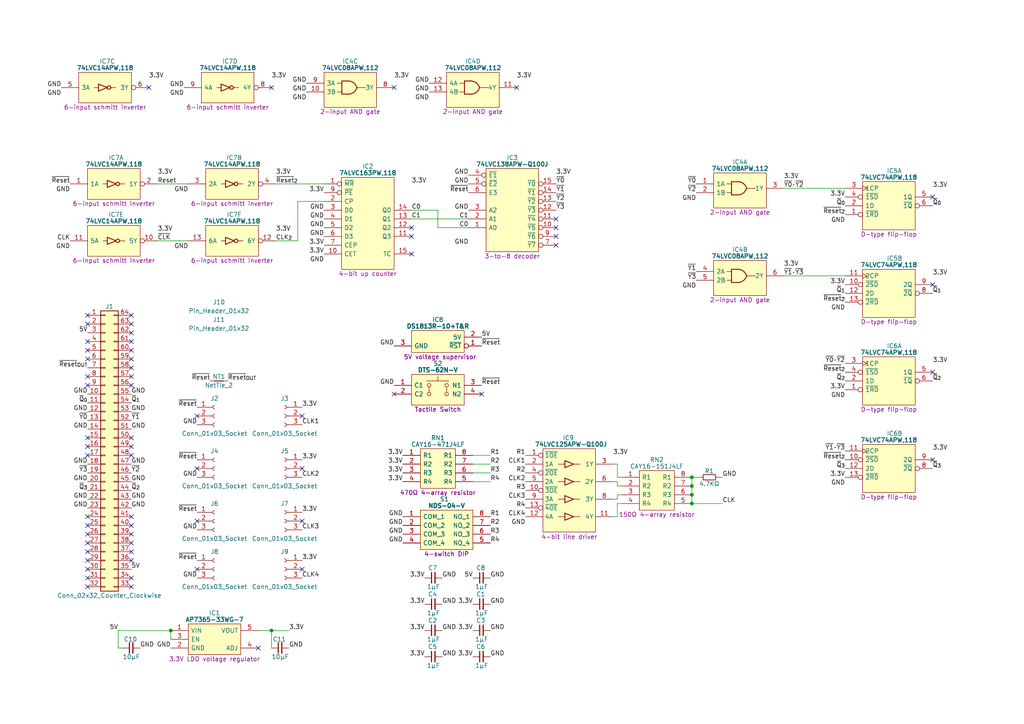
<source format=kicad_sch>
(kicad_sch (version 20230121) (generator eeschema)
  (paper "A4")
  (title_block (title "Clock Generator") (date "2023-12-06") (rev "V0"))
  (junction (at 200.66 143.51))
  (junction (at 200.66 146.05))
  (junction (at 49.53 182.88))
  (junction (at 200.66 138.43))
  (junction (at 78.74 182.88))
  (junction (at 200.66 140.97))
  (no_connect (at 25.4 99.06))
  (no_connect (at 149.86 25.4))
  (no_connect (at 38.1 160.02))
  (no_connect (at 161.29 71.12))
  (no_connect (at 38.1 99.06))
  (no_connect (at 114.3 25.4))
  (no_connect (at 270.51 57.15))
  (no_connect (at 38.1 106.68))
  (no_connect (at 25.4 170.18))
  (no_connect (at 38.1 109.22))
  (no_connect (at 38.1 132.08))
  (no_connect (at 25.4 91.44))
  (no_connect (at 57.15 120.65))
  (no_connect (at 74.93 187.96))
  (no_connect (at 270.51 107.95))
  (no_connect (at 38.1 129.54))
  (no_connect (at 25.4 149.86))
  (no_connect (at 114.3 114.3))
  (no_connect (at 25.4 109.22))
  (no_connect (at 270.51 133.35))
  (no_connect (at 25.4 154.94))
  (no_connect (at 161.29 66.04))
  (no_connect (at 38.1 93.98))
  (no_connect (at 25.4 152.4))
  (no_connect (at 38.1 91.44))
  (no_connect (at 87.63 151.13))
  (no_connect (at 25.4 167.64))
  (no_connect (at 139.7 114.3))
  (no_connect (at 43.18 25.4))
  (no_connect (at 38.1 157.48))
  (no_connect (at 38.1 101.6))
  (no_connect (at 38.1 167.64))
  (no_connect (at 25.4 162.56))
  (no_connect (at 87.63 165.1))
  (no_connect (at 38.1 162.56))
  (no_connect (at 25.4 132.08))
  (no_connect (at 25.4 111.76))
  (no_connect (at 161.29 63.5))
  (no_connect (at 38.1 152.4))
  (no_connect (at 38.1 149.86))
  (no_connect (at 119.38 73.66))
  (no_connect (at 270.51 82.55))
  (no_connect (at 87.63 135.89))
  (no_connect (at 38.1 170.18))
  (no_connect (at 119.38 68.58))
  (no_connect (at 57.15 151.13))
  (no_connect (at 25.4 160.02))
  (no_connect (at 38.1 104.14))
  (no_connect (at 25.4 93.98))
  (no_connect (at 119.38 66.04))
  (no_connect (at 57.15 165.1))
  (no_connect (at 25.4 104.14))
  (no_connect (at 78.74 25.4))
  (no_connect (at 25.4 129.54))
  (no_connect (at 38.1 127))
  (no_connect (at 57.15 135.89))
  (no_connect (at 38.1 111.76))
  (no_connect (at 25.4 101.6))
  (no_connect (at 25.4 127))
  (no_connect (at 25.4 165.1))
  (no_connect (at 38.1 154.94))
  (no_connect (at 161.29 68.58))
  (no_connect (at 25.4 157.48))
  (no_connect (at 38.1 96.52))
  (no_connect (at 87.63 120.65))
  (wire (pts (xy 179.07 134.62) (xy 179.07 138.43)))
  (wire (pts (xy 177.8 139.7) (xy 179.07 139.7)))
  (wire (pts (xy 135.89 66.04) (xy 127 66.04)))
  (wire (pts (xy 78.74 187.96) (xy 78.74 182.88)))
  (wire (pts (xy 119.38 63.5) (xy 135.89 63.5)))
  (wire (pts (xy 179.07 146.05) (xy 180.34 146.05)))
  (wire (pts (xy 127 60.96) (xy 119.38 60.96)))
  (wire (pts (xy 177.8 134.62) (xy 179.07 134.62)))
  (wire (pts (xy 179.07 138.43) (xy 180.34 138.43)))
  (wire (pts (xy 86.36 58.42) (xy 93.98 58.42)))
  (wire (pts (xy 45.72 69.85) (xy 54.61 69.85)))
  (wire (pts (xy 80.01 53.34) (xy 93.98 53.34)))
  (wire (pts (xy 179.07 143.51) (xy 180.34 143.51)))
  (wire (pts (xy 34.29 182.88) (xy 49.53 182.88)))
  (wire (pts (xy 177.8 144.78) (xy 179.07 144.78)))
  (wire (pts (xy 209.55 138.43) (xy 208.28 138.43)))
  (wire (pts (xy 142.24 132.08) (xy 137.16 132.08)))
  (wire (pts (xy 142.24 137.16) (xy 137.16 137.16)))
  (wire (pts (xy 179.07 149.86) (xy 179.07 146.05)))
  (wire (pts (xy 86.36 69.85) (xy 86.36 58.42)))
  (wire (pts (xy 49.53 182.88) (xy 49.53 185.42)))
  (wire (pts (xy 127 66.04) (xy 127 60.96)))
  (wire (pts (xy 200.66 140.97) (xy 200.66 143.51)))
  (wire (pts (xy 45.72 53.34) (xy 54.61 53.34)))
  (wire (pts (xy 80.01 69.85) (xy 86.36 69.85)))
  (wire (pts (xy 177.8 149.86) (xy 179.07 149.86)))
  (wire (pts (xy 227.33 80.01) (xy 245.11 80.01)))
  (wire (pts (xy 200.66 138.43) (xy 200.66 140.97)))
  (wire (pts (xy 142.24 134.62) (xy 137.16 134.62)))
  (wire (pts (xy 74.93 182.88) (xy 78.74 182.88)))
  (wire (pts (xy 200.66 143.51) (xy 200.66 146.05)))
  (wire (pts (xy 200.66 146.05) (xy 209.55 146.05)))
  (wire (pts (xy 179.07 144.78) (xy 179.07 143.51)))
  (wire (pts (xy 34.29 182.88) (xy 34.29 187.96)))
  (wire (pts (xy 179.07 140.97) (xy 180.34 140.97)))
  (wire (pts (xy 203.2 138.43) (xy 200.66 138.43)))
  (wire (pts (xy 179.07 139.7) (xy 179.07 140.97)))
  (wire (pts (xy 34.29 187.96) (xy 35.56 187.96)))
  (wire (pts (xy 78.74 182.88) (xy 83.82 182.88)))
  (wire (pts (xy 142.24 139.7) (xy 137.16 139.7)))
  (wire (pts (xy 227.33 54.61) (xy 245.11 54.61)))
  (label "3.3V" (at 45.72 67.31 0))
  (label "3.3V" (at 137.16 182.88 180))
  (label "CLK2" (at 152.4 139.7 180))
  (label "GND" (at 20.32 55.88 180))
  (label "GND" (at 57.15 153.67 180))
  (label "~{Reset}" (at 57.15 118.11 180))
  (label "GND" (at 124.46 26.67 180))
  (label "GND" (at 116.84 154.94 180))
  (label "5V" (at 38.1 165.1 0))
  (label "GND" (at 25.4 139.7 180))
  (label "3.3V" (at 270.51 130.81 0))
  (label "~{Reset}_{OUT}" (at 66.04 110.49 0))
  (label "3.3V" (at 245.11 113.03 180))
  (label "C0" (at 135.89 66.04 180))
  (label "5V" (at 137.16 167.64 180))
  (label "3.3V" (at 116.84 134.62 180))
  (label "CLK3" (at 152.4 144.78 180))
  (label "3.3V" (at 45.72 50.8 0))
  (label "R3" (at 142.24 154.94 0))
  (label "GND" (at 83.82 187.96 0))
  (label "GND" (at 93.98 60.96 180))
  (label "GND" (at 245.11 64.77 180))
  (label "GND" (at 128.27 167.64 0))
  (label "CLK_{2}" (at 80.01 69.85 0))
  (label "GND" (at 88.9 26.67 180))
  (label "GND" (at 88.9 29.21 180))
  (label "3.3V" (at 245.11 82.55 180))
  (label "~{Reset}" (at 139.7 100.33 0))
  (label "CLK1" (at 152.4 134.62 180))
  (label "~{Y0}" (at 25.4 121.92 180))
  (label "~{Y1}·~{Y3}" (at 227.33 80.01 0))
  (label "~{Reset}" (at 20.32 53.34 180))
  (label "GND" (at 20.32 72.39 180))
  (label "~{Y0}" (at 201.93 53.34 180))
  (label "3.3V" (at 93.98 71.12 180))
  (label "3.3V" (at 227.33 77.47 0))
  (label "3.3V" (at 87.63 133.35 0))
  (label "GND" (at 93.98 63.5 180))
  (label "3.3V" (at 270.51 54.61 0))
  (label "GND" (at 142.24 167.64 0))
  (label "C1" (at 135.89 63.5 180))
  (label "~{Q}_{2}" (at 270.51 110.49 0))
  (label "3.3V" (at 161.29 50.8 0))
  (label "3.3V" (at 87.63 118.11 0))
  (label "3.3V" (at 270.51 105.41 0))
  (label "3.3V" (at 149.86 22.86 0))
  (label "3.3V" (at 87.63 148.59 0))
  (label "R1" (at 152.4 132.08 180))
  (label "3.3V" (at 245.11 138.43 180))
  (label "GND" (at 40.64 187.96 0))
  (label "5V" (at 34.29 182.88 180))
  (label "3.3V" (at 123.19 190.5 180))
  (label "GND" (at 124.46 29.21 180))
  (label "~{Q}_{2}" (at 245.11 110.49 180))
  (label "R2" (at 142.24 152.4 0))
  (label "R2" (at 142.24 134.62 0))
  (label "CLK2" (at 87.63 138.43 0))
  (label "~{Y2}" (at 201.93 55.88 180))
  (label "GND" (at 53.34 27.94 180))
  (label "GND" (at 135.89 50.8 180))
  (label "GND" (at 25.4 147.32 180))
  (label "3.3V" (at 270.51 80.01 0))
  (label "CLK4" (at 87.63 167.64 0))
  (label "GND" (at 38.1 124.46 0))
  (label "~{Reset}_{2}" (at 245.11 133.35 180))
  (label "GND" (at 54.61 55.88 180))
  (label "5V" (at 25.4 96.52 180))
  (label "GND" (at 93.98 66.04 180))
  (label "GND" (at 17.78 25.4 180))
  (label "3.3V" (at 137.16 190.5 180))
  (label "GND" (at 124.46 24.13 180))
  (label "~{CLK}" (at 45.72 69.85 0))
  (label "~{Y3}" (at 161.29 60.96 0))
  (label "3.3V" (at 177.8 132.08 0))
  (label "GND" (at 49.53 187.96 180))
  (label "~{Y1}" (at 38.1 121.92 0))
  (label "~{Q}_{1}" (at 270.51 85.09 0))
  (label "~{Y1}" (at 161.29 55.88 0))
  (label "GND" (at 128.27 190.5 0))
  (label "GND" (at 17.78 27.94 180))
  (label "CLK" (at 209.55 146.05 0))
  (label "GND" (at 38.1 139.7 0))
  (label "GND" (at 38.1 119.38 0))
  (label "~{Reset}_{2}" (at 245.11 62.23 180))
  (label "~{Reset}_{2}" (at 245.11 107.95 180))
  (label "3.3V" (at 119.38 53.34 0))
  (label "~{Q}_{2}" (at 38.1 142.24 0))
  (label "GND" (at 38.1 134.62 0))
  (label "GND" (at 53.34 25.4 180))
  (label "3.3V" (at 116.84 139.7 180))
  (label "~{Y1}" (at 201.93 78.74 180))
  (label "GND" (at 57.15 167.64 180))
  (label "CLK" (at 20.32 69.85 180))
  (label "R3" (at 142.24 137.16 0))
  (label "~{Reset}_{OUT}" (at 25.4 106.68 180))
  (label "GND" (at 25.4 114.3 180))
  (label "~{Q}_{0}" (at 245.11 59.69 180))
  (label "3.3V" (at 80.01 67.31 0))
  (label "GND" (at 54.61 72.39 180))
  (label "3.3V" (at 227.33 52.07 0))
  (label "GND" (at 142.24 190.5 0))
  (label "~{Reset}" (at 57.15 162.56 180))
  (label "GND" (at 25.4 124.46 180))
  (label "GND" (at 135.89 71.12 180))
  (label "3.3V" (at 123.19 175.26 180))
  (label "GND" (at 201.93 83.82 180))
  (label "3.3V" (at 93.98 55.88 180))
  (label "GND" (at 38.1 114.3 0))
  (label "GND" (at 142.24 175.26 0))
  (label "GND" (at 38.1 144.78 0))
  (label "~{Reset}" (at 139.7 111.76 0))
  (label "3.3V" (at 123.19 182.88 180))
  (label "~{Y2}" (at 38.1 137.16 0))
  (label "GND" (at 135.89 60.96 180))
  (label "GND" (at 57.15 138.43 180))
  (label "~{Y3}" (at 25.4 137.16 180))
  (label "~{Q}_{0}" (at 25.4 116.84 180))
  (label "GND" (at 245.11 140.97 180))
  (label "GND" (at 116.84 152.4 180))
  (label "~{Y0}·~{Y2}" (at 245.11 105.41 180))
  (label "Reset" (at 45.72 53.34 0))
  (label "~{Y3}" (at 201.93 81.28 180))
  (label "GND" (at 57.15 123.19 180))
  (label "~{Q}_{1}" (at 38.1 116.84 0))
  (label "3.3V" (at 83.82 182.88 0))
  (label "3.3V" (at 123.19 167.64 180))
  (label "R4" (at 142.24 157.48 0))
  (label "GND" (at 135.89 53.34 180))
  (label "GND" (at 116.84 157.48 180))
  (label "CLK4" (at 152.4 149.86 180))
  (label "R3" (at 152.4 142.24 180))
  (label "~{Reset}" (at 60.96 110.49 180))
  (label "CLK3" (at 87.63 153.67 0))
  (label "GND" (at 114.3 100.33 180))
  (label "GND" (at 25.4 119.38 180))
  (label "3.3V" (at 116.84 132.08 180))
  (label "3.3V" (at 245.11 57.15 180))
  (label "GND" (at 93.98 76.2 180))
  (label "5V" (at 139.7 97.79 0))
  (label "3.3V" (at 114.3 22.86 0))
  (label "~{Y1}·~{Y3}" (at 245.11 130.81 180))
  (label "3.3V" (at 116.84 137.16 180))
  (label "GND" (at 245.11 90.17 180))
  (label "~{Y2}" (at 161.29 58.42 0))
  (label "GND" (at 88.9 24.13 180))
  (label "GND" (at 114.3 111.76 180))
  (label "~{Y0}" (at 161.29 53.34 0))
  (label "GND" (at 93.98 68.58 180))
  (label "GND" (at 38.1 147.32 0))
  (label "3.3V" (at 80.01 50.8 0))
  (label "~{Y0}·~{Y2}" (at 227.33 54.61 0))
  (label "GND" (at 25.4 134.62 180))
  (label "C1" (at 119.38 63.5 0))
  (label "~{Reset}" (at 135.89 55.88 180))
  (label "GND" (at 152.4 152.4 180))
  (label "3.3V" (at 137.16 175.26 180))
  (label "GND" (at 25.4 144.78 180))
  (label "~{Reset}" (at 57.15 148.59 180))
  (label "R1" (at 142.24 132.08 0))
  (label "~{Reset}" (at 57.15 133.35 180))
  (label "GND" (at 142.24 182.88 0))
  (label "~{Q}_{1}" (at 245.11 85.09 180))
  (label "~{Q}_{3}" (at 270.51 135.89 0))
  (label "3.3V" (at 87.63 162.56 0))
  (label "C0" (at 119.38 60.96 0))
  (label "R4" (at 152.4 147.32 180))
  (label "GND" (at 209.55 138.43 0))
  (label "GND" (at 116.84 149.86 180))
  (label "R2" (at 152.4 137.16 180))
  (label "GND" (at 201.93 58.42 180))
  (label "GND" (at 128.27 175.26 0))
  (label "~{Reset}_{2}" (at 245.11 87.63 180))
  (label "CLK1" (at 87.63 123.19 0))
  (label "GND" (at 245.11 115.57 180))
  (label "~{Q}_{0}" (at 270.51 59.69 0))
  (label "3.3V" (at 43.18 22.86 0))
  (label "3.3V" (at 93.98 73.66 180))
  (label "R4" (at 142.24 139.7 0))
  (label "~{Q}_{3}" (at 245.11 135.89 180))
  (label "~{Q}_{3}" (at 25.4 142.24 180))
  (label "R1" (at 142.24 149.86 0))
  (label "~{Reset}_{2}" (at 80.01 53.34 0))
  (label "GND" (at 128.27 182.88 0))
  (label "3.3V" (at 78.74 22.86 0))
  (symbol (lib_id "HCP65:Pin_Header_01x32") (at 63.5 93.98 0) (unit 1)
    (property "Reference" "J11" (at 63.5 92.71 0))
    (property "Value" "Pin_Header_01x32" (at 63.5 95.25 0))
    (property "Footprint" "SamacSys_Parts:PinHeader_1x32_P2.54mm_Vertical" (effects hide))
  )
  (symbol (lib_id "Bourns:CAY16-471J4LF") (at 116.84 132.08 0) (unit 1)
    (property "Reference" "RN1" (at 127 127 0))
    (property "Value" "CAY16-471J4LF" (at 127 128.905 0))
    (property "Footprint" "CAY16-J4" (effects hide))
    (property "Datasheet" "http://www.bourns.com/docs/Product-Datasheets/CATCAY.pdf" (effects hide))
    (property "Description" "470Ω 4-array resistor" (at 127 142.875 0))
    (property "Manufacturer_Name" "Bourns" (effects hide))
    (property "Manufacturer_Part_Number" "CAY16-471J4LF" (effects hide))
    (property "Mouser Part Number" "652-CAY16-471J4LF" (effects hide))
    (property "Mouser Price/Stock" "https://www.mouser.co.uk/ProductDetail/Bourns/CAY16-471J4LF?qs=t3shhpq1i1AwJjUkfBquGg%3D%3D" (effects hide))
    (property "Arrow Part Number" "CAY16-471J4LF" (effects hide))
    (property "Arrow Price/Stock" "https://www.arrow.com/en/products/cay16-471j4lf/bourns" (effects hide))
    (property "Silkscreen" "470Ω" (effects hide))
  )
  (symbol (lib_id "Connector:Conn_01x03_Socket") (at 62.23 151.13 0) (unit 1)
    (property "Reference" "J6" (at 62.23 146.05 0))
    (property "Value" "Conn_01x03_Socket" (at 62.23 156.21 0))
    (property "Footprint" "Connector_PinSocket_2.54mm:PinSocket_1x03_P2.54mm_Vertical" (effects hide))
  )
  (symbol (lib_id "Diptronic:DTS-62N-V") (at 114.3 111.76 0) (unit 1)
    (property "Reference" "S2" (at 127 105.41 0))
    (property "Value" "DTS-62N-V" (at 127 107.315 0) (effects (font bold)))
    (property "Footprint" "DTS62NV" (effects hide))
    (property "Datasheet" "http://akizukidenshi.com/download/ds/cosland/DTS-6-V.PDF" (effects hide))
    (property "Description" "Tactile Switch" (at 127 118.745 0))
    (property "Height" "7" (effects hide))
    (property "Manufacturer_Name" "Diptronics" (effects hide))
    (property "Manufacturer_Part_Number" "DTS-62N-V" (effects hide))
    (property "Mouser Part Number" "113-DTS-62N-V" (effects hide))
    (property "Mouser Price/Stock" "https://www.mouser.co.uk/ProductDetail/Diptronics/DTS-62N-V?qs=gTYE2QTfZfSKTB5KYn%252Brkw%3D%3D" (effects hide))
  )
  (symbol (lib_id "Nexperia:74LVC138APW-Q100J") (at 135.89 48.895 0) (unit 1)
    (property "Reference" "IC3" (at 148.59 45.72 0))
    (property "Value" "74LVC138APW-Q100J" (at 148.59 47.625 0) (effects (font bold)))
    (property "Footprint" "SOP65P640X110-16N" (effects hide))
    (property "Datasheet" "https://assets.nexperia.com/documents/data-sheet/74LVC138A_Q100.pdf" (effects hide))
    (property "Description" "3-to-8 decoder" (at 148.59 74.295 0))
    (property "Height" "1.1" (effects hide))
    (property "Mouser Part Number" "771-74LVC138APWQ100J" (effects hide))
    (property "Mouser Price/Stock" "https://www.mouser.co.uk/ProductDetail/Nexperia/74LVC138APW-Q100J?qs=fi7yB2oewZnXKE82xo%252BhJQ%3D%3D" (effects hide))
    (property "Manufacturer_Name" "Nexperia" (effects hide))
    (property "Manufacturer_Part_Number" "74LVC138APW-Q100J" (effects hide))
    (property "Silkscreen" "74LVC138" (effects hide))
  )
  (symbol (lib_id "Nexperia:74LVC14APW,118_Multi") (at 54.61 53.34 0) (unit 2)
    (property "Reference" "IC7" (at 67.945 45.72 0))
    (property "Value" "74LVC14APW,118" (at 67.31 47.625 0) (effects (font bold)))
    (property "Footprint" "SOP65P640X110-14N" (effects hide))
    (property "Datasheet" "https://assets.nexperia.com/documents/data-sheet/74LVC14A.pdf" (effects hide))
    (property "Description" "6-input schmitt inverter" (at 67.31 59.055 0))
    (property "Height" "1.1" (effects hide))
    (property "Manufacturer_Name" "Nexperia" (effects hide))
    (property "Manufacturer_Part_Number" "74LVC14APW,118" (effects hide))
    (property "Mouser Part Number" "771-74LVC14APW-T" (effects hide))
    (property "Mouser Price/Stock" "https://www.mouser.co.uk/ProductDetail/Nexperia/74LVC14APW118?qs=me8TqzrmIYUSyqWqvgpEbA%3D%3D" (effects hide))
    (property "Silkscreen" "74LVC14" (effects hide))
  )
  (symbol (lib_id "Nexperia:74LVC74APW,118_Multi") (at 245.11 54.61 0) (unit 1)
    (property "Reference" "IC5" (at 257.175 49.53 0) (effects (justify left)))
    (property "Value" "74LVC74APW,118" (at 257.81 51.435 0) (effects (font bold)))
    (property "Footprint" "SOP65P640X110-14N" (effects hide))
    (property "Datasheet" "https://assets.nexperia.com/documents/data-sheet/74LVC74A.pdf" (effects hide))
    (property "Description" "D-type flip-flop" (at 257.81 67.945 0))
    (property "Height" "1.1" (effects hide))
    (property "Mouser Part Number" "771-74LVC74APW-T" (effects hide))
    (property "Mouser Price/Stock" "https://www.mouser.co.uk/ProductDetail/Nexperia/74LVC74APW118?qs=me8TqzrmIYVtXwVfet0lzw%3D%3D" (effects hide))
    (property "Manufacturer_Name" "Nexperia" (effects hide))
    (property "Manufacturer_Part_Number" "74LVC74APW,118" (effects hide))
    (property "Silkscreen" "74LVC74" (effects hide))
  )
  (symbol (lib_id "Nexperia:74LVC08APW,112_Multi") (at 201.93 53.34 0) (unit 1)
    (property "Reference" "IC4" (at 214.63 46.99 0))
    (property "Value" "74LVC08APW,112" (at 214.63 48.895 0) (effects (font bold)))
    (property "Footprint" "SOP65P640X110-14N" (effects hide))
    (property "Datasheet" "https://assets.nexperia.com/documents/data-sheet/74LVC08A.pdf" (effects hide))
    (property "Description" "2-input AND gate" (at 214.63 61.595 0))
    (property "Height" "1.1" (effects hide))
    (property "Manufacturer_Name" "Nexperia" (effects hide))
    (property "Manufacturer_Part_Number" "74LVC08APW,112" (effects hide))
    (property "Mouser Part Number" "771-74LVC08APW" (effects hide))
    (property "Mouser Price/Stock" "https://www.mouser.com/Search/Refine.aspx?Keyword=771-74LVC08APW" (effects hide))
    (property "Silkscreen" "74LVC08" (effects hide))
  )
  (symbol (lib_id "Nexperia:74LVC14APW,118_Multi") (at 54.61 69.85 0) (unit 6)
    (property "Reference" "IC7" (at 67.945 62.23 0))
    (property "Value" "74LVC14APW,118" (at 67.31 64.135 0) (effects (font bold)))
    (property "Footprint" "SOP65P640X110-14N" (effects hide))
    (property "Datasheet" "https://assets.nexperia.com/documents/data-sheet/74LVC14A.pdf" (effects hide))
    (property "Description" "6-input schmitt inverter" (at 67.31 75.565 0))
    (property "Height" "1.1" (effects hide))
    (property "Manufacturer_Name" "Nexperia" (effects hide))
    (property "Manufacturer_Part_Number" "74LVC14APW,118" (effects hide))
    (property "Mouser Part Number" "771-74LVC14APW-T" (effects hide))
    (property "Mouser Price/Stock" "https://www.mouser.co.uk/ProductDetail/Nexperia/74LVC14APW118?qs=me8TqzrmIYUSyqWqvgpEbA%3D%3D" (effects hide))
    (property "Silkscreen" "74LVC14" (effects hide))
  )
  (symbol (lib_id "HCP65:C_0805") (at 137.16 175.26 0) (unit 1)
    (property "Reference" "C1" (at 139.446 172.339 0))
    (property "Value" "1μF" (at 139.7 177.8 0))
    (property "Footprint" "SamacSys_Parts:C_0805" (effects hide))
  )
  (symbol (lib_id "Connector:Conn_01x03_Socket") (at 62.23 165.1 0) (unit 1)
    (property "Reference" "J8" (at 62.23 160.02 0))
    (property "Value" "Conn_01x03_Socket" (at 62.23 170.18 0))
    (property "Footprint" "Connector_PinSocket_2.54mm:PinSocket_1x03_P2.54mm_Vertical" (effects hide))
  )
  (symbol (lib_id "Nexperia:74LVC08APW,112_Multi") (at 201.93 78.74 0) (unit 2)
    (property "Reference" "IC4" (at 214.63 72.39 0))
    (property "Value" "74LVC08APW,112" (at 214.63 74.295 0) (effects (font bold)))
    (property "Footprint" "SOP65P640X110-14N" (effects hide))
    (property "Datasheet" "https://assets.nexperia.com/documents/data-sheet/74LVC08A.pdf" (effects hide))
    (property "Description" "2-input AND gate" (at 214.63 86.995 0))
    (property "Height" "1.1" (effects hide))
    (property "Manufacturer_Name" "Nexperia" (effects hide))
    (property "Manufacturer_Part_Number" "74LVC08APW,112" (effects hide))
    (property "Mouser Part Number" "771-74LVC08APW" (effects hide))
    (property "Mouser Price/Stock" "https://www.mouser.com/Search/Refine.aspx?Keyword=771-74LVC08APW" (effects hide))
    (property "Silkscreen" "74LVC08" (effects hide))
  )
  (symbol (lib_id "Connector:Conn_01x03_Socket") (at 82.55 151.13 0) (mirror y) (unit 1)
    (property "Reference" "J7" (at 82.55 146.05 0))
    (property "Value" "Conn_01x03_Socket" (at 82.55 156.21 0))
    (property "Footprint" "Connector_PinSocket_2.54mm:PinSocket_1x03_P2.54mm_Vertical" (effects hide))
  )
  (symbol (lib_id "Connector:Conn_01x03_Socket") (at 62.23 120.65 0) (unit 1)
    (property "Reference" "J2" (at 62.23 115.57 0))
    (property "Value" "Conn_01x03_Socket" (at 62.23 125.73 0))
    (property "Footprint" "Connector_PinSocket_2.54mm:PinSocket_1x03_P2.54mm_Vertical" (effects hide))
  )
  (symbol (lib_id "Connector:Conn_01x03_Socket") (at 82.55 135.89 0) (mirror y) (unit 1)
    (property "Reference" "J5" (at 82.55 130.81 0))
    (property "Value" "Conn_01x03_Socket" (at 82.55 140.97 0))
    (property "Footprint" "Connector_PinSocket_2.54mm:PinSocket_1x03_P2.54mm_Vertical" (effects hide))
  )
  (symbol (lib_id "HCP65:R_0805") (at 203.2 138.43 0) (unit 1)
    (property "Reference" "R1" (at 205.74 136.652 0))
    (property "Value" "4.7KΩ" (at 205.74 140.335 0))
    (property "Footprint" "SamacSys_Parts:R_0805" (effects hide))
  )
  (symbol (lib_id "Nexperia:74LVC14APW,118_Multi") (at 20.32 53.34 0) (unit 1)
    (property "Reference" "IC7" (at 33.655 45.72 0))
    (property "Value" "74LVC14APW,118" (at 33.02 47.625 0) (effects (font bold)))
    (property "Footprint" "SOP65P640X110-14N" (effects hide))
    (property "Datasheet" "https://assets.nexperia.com/documents/data-sheet/74LVC14A.pdf" (effects hide))
    (property "Description" "6-input schmitt inverter" (at 33.02 59.055 0))
    (property "Height" "1.1" (effects hide))
    (property "Manufacturer_Name" "Nexperia" (effects hide))
    (property "Manufacturer_Part_Number" "74LVC14APW,118" (effects hide))
    (property "Mouser Part Number" "771-74LVC14APW-T" (effects hide))
    (property "Mouser Price/Stock" "https://www.mouser.co.uk/ProductDetail/Nexperia/74LVC14APW118?qs=me8TqzrmIYUSyqWqvgpEbA%3D%3D" (effects hide))
    (property "Silkscreen" "74LVC14" (effects hide))
  )
  (symbol (lib_id "Nexperia:74LVC74APW,118_Multi") (at 245.11 80.01 0) (unit 2)
    (property "Reference" "IC5" (at 257.175 74.93 0) (effects (justify left)))
    (property "Value" "74LVC74APW,118" (at 257.81 76.835 0) (effects (font bold)))
    (property "Footprint" "SOP65P640X110-14N" (effects hide))
    (property "Datasheet" "https://assets.nexperia.com/documents/data-sheet/74LVC74A.pdf" (effects hide))
    (property "Description" "D-type flip-flop" (at 257.81 93.345 0))
    (property "Height" "1.1" (effects hide))
    (property "Mouser Part Number" "771-74LVC74APW-T" (effects hide))
    (property "Mouser Price/Stock" "https://www.mouser.co.uk/ProductDetail/Nexperia/74LVC74APW118?qs=me8TqzrmIYVtXwVfet0lzw%3D%3D" (effects hide))
    (property "Manufacturer_Name" "Nexperia" (effects hide))
    (property "Manufacturer_Part_Number" "74LVC74APW,118" (effects hide))
    (property "Silkscreen" "74LVC74" (effects hide))
  )
  (symbol (lib_id "Connector_Generic:Conn_02x32_Counter_Clockwise") (at 30.48 129.54 0) (unit 1)
    (property "Reference" "J1" (at 31.75 88.9 0))
    (property "Value" "Conn_02x32_Counter_Clockwise" (at 31.75 172.72 0))
    (property "Footprint" "SamacSys_Parts:DIP-64_Board_W22.86mm" (effects hide))
  )
  (symbol (lib_id "Connector:Conn_01x03_Socket") (at 82.55 165.1 0) (mirror y) (unit 1)
    (property "Reference" "J9" (at 82.55 160.02 0))
    (property "Value" "Conn_01x03_Socket" (at 82.55 170.18 0))
    (property "Footprint" "Connector_PinSocket_2.54mm:PinSocket_1x03_P2.54mm_Vertical" (effects hide))
  )
  (symbol (lib_id "Connector:Conn_01x03_Socket") (at 62.23 135.89 0) (unit 1)
    (property "Reference" "J4" (at 62.23 130.81 0))
    (property "Value" "Conn_01x03_Socket" (at 62.23 140.97 0))
    (property "Footprint" "Connector_PinSocket_2.54mm:PinSocket_1x03_P2.54mm_Vertical" (effects hide))
  )
  (symbol (lib_id "HCP65:C_0805") (at 123.19 182.88 0) (unit 1)
    (property "Reference" "C2" (at 125.476 179.959 0))
    (property "Value" "1μF" (at 125.73 185.42 0))
    (property "Footprint" "SamacSys_Parts:C_0805" (effects hide))
  )
  (symbol (lib_id "Nexperia:74LVC163PW,118") (at 93.98 53.34 0) (unit 1)
    (property "Reference" "IC2" (at 106.68 48.26 0))
    (property "Value" "74LVC163PW,118" (at 106.68 50.165 0) (effects (font bold)))
    (property "Footprint" "SOP65P640X110-16N" (effects hide))
    (property "Datasheet" "https://assets.nexperia.com/documents/data-sheet/74LVC163.pdf" (effects hide))
    (property "Description" "4-bit up counter" (at 106.68 79.375 0))
    (property "Height" "1.1" (effects hide))
    (property "Mouser Part Number" "771-74LVC163PW-T" (effects hide))
    (property "Mouser Price/Stock" "https://www.mouser.co.uk/ProductDetail/Nexperia/74LVC163PW118?qs=me8TqzrmIYUWRf9xrCNBjw%3D%3D" (effects hide))
    (property "Manufacturer_Name" "Nexperia" (effects hide))
    (property "Manufacturer_Part_Number" "74LVC163PW,118" (effects hide))
    (property "Silkscreen" "74LVC163" (effects hide))
  )
  (symbol (lib_id "HCP65:C_0805") (at 137.16 167.64 0) (unit 1)
    (property "Reference" "C8" (at 139.446 164.719 0))
    (property "Value" "1μF" (at 139.7 170.18 0))
    (property "Footprint" "SamacSys_Parts:C_0805" (effects hide))
  )
  (symbol (lib_id "HCP65:Pin_Header_01x32") (at 63.5 88.9 0) (unit 1)
    (property "Reference" "J10" (at 63.5 87.63 0))
    (property "Value" "Pin_Header_01x32" (at 63.5 90.17 0))
    (property "Footprint" "SamacSys_Parts:PinHeader_1x32_P2.54mm_Vertical" (effects hide))
  )
  (symbol (lib_id "Nexperia:74LVC08APW,112_Multi") (at 124.46 24.13 0) (unit 4)
    (property "Reference" "IC4" (at 137.16 17.78 0))
    (property "Value" "74LVC08APW,112" (at 137.16 19.685 0) (effects (font bold)))
    (property "Footprint" "SOP65P640X110-14N" (effects hide))
    (property "Datasheet" "https://assets.nexperia.com/documents/data-sheet/74LVC08A.pdf" (effects hide))
    (property "Description" "2-input AND gate" (at 137.16 32.385 0))
    (property "Height" "1.1" (effects hide))
    (property "Manufacturer_Name" "Nexperia" (effects hide))
    (property "Manufacturer_Part_Number" "74LVC08APW,112" (effects hide))
    (property "Mouser Part Number" "771-74LVC08APW" (effects hide))
    (property "Mouser Price/Stock" "https://www.mouser.com/Search/Refine.aspx?Keyword=771-74LVC08APW" (effects hide))
    (property "Silkscreen" "74LVC08" (effects hide))
  )
  (symbol (lib_id "Nexperia:74LVC125APW-Q100J") (at 152.4 132.08 0) (unit 1)
    (property "Reference" "IC9" (at 164.846 127 0))
    (property "Value" "74LVC125APW-Q100J" (at 165.608 128.016 0) (effects (font bold) (justify top)))
    (property "Footprint" "SOP65P640X110-14N" (effects hide))
    (property "Datasheet" "https://assets.nexperia.com/documents/data-sheet/74LVC125A_Q100.pdf" (effects hide))
    (property "Height" "1.1" (effects hide))
    (property "Manufacturer_Name" "Nexperia" (effects hide))
    (property "Manufacturer_Part_Number" "74LVC125APW-Q100J" (effects hide))
    (property "Mouser Part Number" "771-74LVC125APWQ100J" (effects hide))
    (property "Mouser Price/Stock" "https://www.mouser.co.uk/ProductDetail/Nexperia/74LVC125APW-Q100J?qs=fi7yB2oewZnvEQIDK5FFLg%3D%3D" (effects hide))
    (property "Description" "4-bit line driver " (at 165.608 155.702 0))
    (property "Silkscreen" "74LVC125APW" (effects hide))
  )
  (symbol (lib_id "Nexperia:74LVC14APW,118_Multi") (at 20.32 69.85 0) (unit 5)
    (property "Reference" "IC7" (at 33.655 62.23 0))
    (property "Value" "74LVC14APW,118" (at 33.02 64.135 0) (effects (font bold)))
    (property "Footprint" "SOP65P640X110-14N" (effects hide))
    (property "Datasheet" "https://assets.nexperia.com/documents/data-sheet/74LVC14A.pdf" (effects hide))
    (property "Description" "6-input schmitt inverter" (at 33.02 75.565 0))
    (property "Height" "1.1" (effects hide))
    (property "Manufacturer_Name" "Nexperia" (effects hide))
    (property "Manufacturer_Part_Number" "74LVC14APW,118" (effects hide))
    (property "Mouser Part Number" "771-74LVC14APW-T" (effects hide))
    (property "Mouser Price/Stock" "https://www.mouser.co.uk/ProductDetail/Nexperia/74LVC14APW118?qs=me8TqzrmIYUSyqWqvgpEbA%3D%3D" (effects hide))
    (property "Silkscreen" "74LVC14" (effects hide))
  )
  (symbol (lib_id "HCP65:C_0805") (at 35.56 187.96 0) (unit 1)
    (property "Reference" "C10" (at 37.846 185.42 0))
    (property "Value" "10µF" (at 35.56 190.5 0) (effects (justify left)))
    (property "Footprint" "SamacSys_Parts:C_0805" (effects hide))
  )
  (symbol (lib_id "HCP65:C_0805") (at 123.19 175.26 0) (unit 1)
    (property "Reference" "C4" (at 125.476 172.339 0))
    (property "Value" "1μF" (at 125.73 177.8 0))
    (property "Footprint" "SamacSys_Parts:C_0805" (effects hide))
  )
  (symbol (lib_id "Nexperia:74LVC08APW,112_Multi") (at 88.9 24.13 0) (unit 3)
    (property "Reference" "IC4" (at 101.6 17.78 0))
    (property "Value" "74LVC08APW,112" (at 101.6 19.685 0) (effects (font bold)))
    (property "Footprint" "SOP65P640X110-14N" (effects hide))
    (property "Datasheet" "https://assets.nexperia.com/documents/data-sheet/74LVC08A.pdf" (effects hide))
    (property "Description" "2-input AND gate" (at 101.6 32.385 0))
    (property "Height" "1.1" (effects hide))
    (property "Manufacturer_Name" "Nexperia" (effects hide))
    (property "Manufacturer_Part_Number" "74LVC08APW,112" (effects hide))
    (property "Mouser Part Number" "771-74LVC08APW" (effects hide))
    (property "Mouser Price/Stock" "https://www.mouser.com/Search/Refine.aspx?Keyword=771-74LVC08APW" (effects hide))
    (property "Silkscreen" "74LVC08" (effects hide))
  )
  (symbol (lib_id "Nexperia:74LVC14APW,118_Multi") (at 53.34 25.4 0) (unit 4)
    (property "Reference" "IC7" (at 66.675 17.78 0))
    (property "Value" "74LVC14APW,118" (at 66.04 19.685 0) (effects (font bold)))
    (property "Footprint" "SOP65P640X110-14N" (effects hide))
    (property "Datasheet" "https://assets.nexperia.com/documents/data-sheet/74LVC14A.pdf" (effects hide))
    (property "Description" "6-input schmitt inverter" (at 66.04 31.115 0))
    (property "Height" "1.1" (effects hide))
    (property "Manufacturer_Name" "Nexperia" (effects hide))
    (property "Manufacturer_Part_Number" "74LVC14APW,118" (effects hide))
    (property "Mouser Part Number" "771-74LVC14APW-T" (effects hide))
    (property "Mouser Price/Stock" "https://www.mouser.co.uk/ProductDetail/Nexperia/74LVC14APW118?qs=me8TqzrmIYUSyqWqvgpEbA%3D%3D" (effects hide))
    (property "Silkscreen" "74LVC14" (effects hide))
  )
  (symbol (lib_id "Diodes_Inc:AP7365-33WG-7") (at 49.53 182.88 0) (unit 1)
    (property "Reference" "IC1" (at 62.23 177.8 0))
    (property "Value" "AP7365-33WG-7" (at 62.23 179.705 0) (effects (font bold)))
    (property "Footprint" "SOT95P285X130-5N" (effects hide))
    (property "Datasheet" "https://componentsearchengine.com/Datasheets/1/AP7365-33WG-7.pdf" (effects hide))
    (property "Description" "3.3V LDO voltage regulator" (at 62.23 191.135 0))
    (property "Height" "1.3" (effects hide))
    (property "Manufacturer_Name" "Diodes Inc." (effects hide))
    (property "Manufacturer_Part_Number" "AP7365-33WG-7" (effects hide))
    (property "Mouser Part Number" "621-AP7365-33WG-7" (effects hide))
    (property "Mouser Price/Stock" "https://www.mouser.co.uk/ProductDetail/Diodes-Incorporated/AP7365-33WG-7?qs=abZ1nkZpTuOZFvxvoFPL0w%3D%3D" (effects hide))
    (property "Arrow Part Number" "AP7365-33WG-7" (effects hide))
    (property "Arrow Price/Stock" "https://www.arrow.com/en/products/ap7365-33wg-7/diodes-incorporated?region=nac" (effects hide))
    (property "Silkscreen" "AP7365" (effects hide))
  )
  (symbol (lib_id "Maxim:DS1813R-10+T&R") (at 114.3 100.33 0) (unit 1)
    (property "Reference" "IC8" (at 127 92.71 0))
    (property "Value" "DS1813R-10+T&R" (at 127 94.615 0) (effects (font bold)))
    (property "Footprint" "SOT95P237X112-3N" (effects hide))
    (property "Datasheet" "https://componentsearchengine.com/Datasheets/2/DS1813R-10+T&R.pdf" (effects hide))
    (property "Description" "5V voltage supervisor" (at 127.635 103.505 0))
    (property "Height" "1.12" (effects hide))
    (property "Mouser Part Number" "700-DS1813R-10T&R" (effects hide))
    (property "Mouser Price/Stock" "https://www.mouser.co.uk/ProductDetail/Maxim-Integrated/DS1813R-10%2bTR?qs=0Y9aZN%252BMVCUEX%2FgvPX%252B6Nw%3D%3D" (effects hide))
    (property "Manufacturer_Name" "Maxim Integrated" (effects hide))
    (property "Manufacturer_Part_Number" "DS1813R-10+T&R" (effects hide))
    (property "Silkscreen" "DS1813" (effects hide))
  )
  (symbol (lib_id "Apem:NDS-04-V") (at 116.84 149.86 0) (unit 1)
    (property "Reference" "S1" (at 128.905 144.78 0))
    (property "Value" "NDS-04-V" (at 129.54 146.685 0) (effects (font bold)))
    (property "Footprint" "NDS04V" (effects hide))
    (property "Datasheet" "https://www.mouser.co.uk/datasheet/2/26/switch-DIP-DS-DP-DA-ENG-523258.pdf" (effects hide))
    (property "Description" "4-switch DIP" (at 129.54 160.655 0))
    (property "Height" "7.05" (effects hide))
    (property "Manufacturer_Name" "Apem" (effects hide))
    (property "Manufacturer_Part_Number" "NDS-04-V" (effects hide))
    (property "Mouser Part Number" "642-DS04" (effects hide))
    (property "Mouser Price/Stock" "https://www.mouser.co.uk/ProductDetail/Apem/NDS-04-V?qs=f9yNj16SXrK7qjcR0Szydw%3D%3D" (effects hide))
  )
  (symbol (lib_id "HCP65:C_0805") (at 137.16 182.88 0) (unit 1)
    (property "Reference" "C3" (at 139.446 179.959 0))
    (property "Value" "1μF" (at 139.7 185.42 0))
    (property "Footprint" "SamacSys_Parts:C_0805" (effects hide))
  )
  (symbol (lib_id "HCP65:C_0805") (at 123.19 190.5 0) (unit 1)
    (property "Reference" "C5" (at 125.476 187.579 0))
    (property "Value" "1μF" (at 125.73 193.04 0))
    (property "Footprint" "SamacSys_Parts:C_0805" (effects hide))
  )
  (symbol (lib_id "HCP65:C_0805") (at 123.19 167.64 0) (unit 1)
    (property "Reference" "C7" (at 125.476 164.719 0))
    (property "Value" "1μF" (at 125.73 170.18 0))
    (property "Footprint" "SamacSys_Parts:C_0805" (effects hide))
  )
  (symbol (lib_id "Device:NetTie_2") (at 63.5 110.49 0) (unit 1) (in_bom no)
    (property "Reference" "NT1" (at 63.5 109.22 0))
    (property "Value" "NetTie_2" (at 63.5 111.76 0))
    (property "Footprint" "NetTie:NetTie-2_SMD_Pad0.5mm" (effects hide))
  )
  (symbol (lib_id "HCP65:C_0805") (at 78.74 187.96 0) (unit 1)
    (property "Reference" "C11" (at 81.026 185.42 0))
    (property "Value" "10µF" (at 78.74 190.5 0) (effects (justify left)))
    (property "Footprint" "SamacSys_Parts:C_0805" (effects hide))
  )
  (symbol (lib_id "Bourns:CAY16-151J4LF") (at 180.34 138.43 0) (unit 1)
    (property "Reference" "RN2" (at 190.5 133.35 0))
    (property "Value" "CAY16-151J4LF" (at 190.5 135.255 0))
    (property "Footprint" "SamacSys_Parts:CAY16-J4" (effects hide))
    (property "Datasheet" "https://datasheet.datasheetarchive.com/originals/distributors/SFDatasheet-7/sf-000140092.pdf" (effects hide))
    (property "Description" "150Ω 4-array resistor" (at 190.5 149.225 0))
    (property "Height" "0.6" (effects hide))
    (property "Manufacturer_Name" "Bourns" (effects hide))
    (property "Manufacturer_Part_Number" "CAY16-151J4LF" (effects hide))
    (property "Mouser Part Number" "652-CAY16-151J4LF" (effects hide))
    (property "Mouser Price/Stock" "https://www.mouser.co.uk/ProductDetail/Bourns/CAY16-151J4LF?qs=Qv7qbSW4mEF5GWsPNNp3QA%3D%3D" (effects hide))
    (property "Arrow Part Number" "CAY16-151J4LF" (effects hide))
    (property "Arrow Price/Stock" "https://www.arrow.com/en/products/cay16-151j4lf/bourns" (effects hide))
    (property "Silkscreen" "150Ω" (effects hide))
  )
  (symbol (lib_id "HCP65:C_0805") (at 137.16 190.5 0) (unit 1)
    (property "Reference" "C6" (at 139.446 187.579 0))
    (property "Value" "1μF" (at 139.7 193.04 0))
    (property "Footprint" "SamacSys_Parts:C_0805" (effects hide))
  )
  (symbol (lib_id "Nexperia:74LVC74APW,118_Multi") (at 245.11 130.81 0) (unit 2)
    (property "Reference" "IC6" (at 257.175 125.73 0) (effects (justify left)))
    (property "Value" "74LVC74APW,118" (at 257.81 127.635 0) (effects (font bold)))
    (property "Footprint" "SOP65P640X110-14N" (effects hide))
    (property "Datasheet" "https://assets.nexperia.com/documents/data-sheet/74LVC74A.pdf" (effects hide))
    (property "Description" "D-type flip-flop" (at 257.81 144.145 0))
    (property "Height" "1.1" (effects hide))
    (property "Mouser Part Number" "771-74LVC74APW-T" (effects hide))
    (property "Mouser Price/Stock" "https://www.mouser.co.uk/ProductDetail/Nexperia/74LVC74APW118?qs=me8TqzrmIYVtXwVfet0lzw%3D%3D" (effects hide))
    (property "Manufacturer_Name" "Nexperia" (effects hide))
    (property "Manufacturer_Part_Number" "74LVC74APW,118" (effects hide))
    (property "Silkscreen" "74LVC74" (effects hide))
  )
  (symbol (lib_id "Nexperia:74LVC74APW,118_Multi") (at 245.11 105.41 0) (unit 1)
    (property "Reference" "IC6" (at 257.175 100.33 0) (effects (justify left)))
    (property "Value" "74LVC74APW,118" (at 257.81 102.235 0) (effects (font bold)))
    (property "Footprint" "SOP65P640X110-14N" (effects hide))
    (property "Datasheet" "https://assets.nexperia.com/documents/data-sheet/74LVC74A.pdf" (effects hide))
    (property "Description" "D-type flip-flop" (at 257.81 118.745 0))
    (property "Height" "1.1" (effects hide))
    (property "Mouser Part Number" "771-74LVC74APW-T" (effects hide))
    (property "Mouser Price/Stock" "https://www.mouser.co.uk/ProductDetail/Nexperia/74LVC74APW118?qs=me8TqzrmIYVtXwVfet0lzw%3D%3D" (effects hide))
    (property "Manufacturer_Name" "Nexperia" (effects hide))
    (property "Manufacturer_Part_Number" "74LVC74APW,118" (effects hide))
    (property "Silkscreen" "74LVC74" (effects hide))
  )
  (symbol (lib_id "Connector:Conn_01x03_Socket") (at 82.55 120.65 0) (mirror y) (unit 1)
    (property "Reference" "J3" (at 82.55 115.57 0))
    (property "Value" "Conn_01x03_Socket" (at 82.55 125.73 0))
    (property "Footprint" "Connector_PinSocket_2.54mm:PinSocket_1x03_P2.54mm_Vertical" (effects hide))
  )
  (symbol (lib_id "Nexperia:74LVC14APW,118_Multi") (at 17.78 25.4 0) (unit 3)
    (property "Reference" "IC7" (at 31.115 17.78 0))
    (property "Value" "74LVC14APW,118" (at 30.48 19.685 0) (effects (font bold)))
    (property "Footprint" "SOP65P640X110-14N" (effects hide))
    (property "Datasheet" "https://assets.nexperia.com/documents/data-sheet/74LVC14A.pdf" (effects hide))
    (property "Description" "6-input schmitt inverter" (at 30.48 31.115 0))
    (property "Height" "1.1" (effects hide))
    (property "Manufacturer_Name" "Nexperia" (effects hide))
    (property "Manufacturer_Part_Number" "74LVC14APW,118" (effects hide))
    (property "Mouser Part Number" "771-74LVC14APW-T" (effects hide))
    (property "Mouser Price/Stock" "https://www.mouser.co.uk/ProductDetail/Nexperia/74LVC14APW118?qs=me8TqzrmIYUSyqWqvgpEbA%3D%3D" (effects hide))
    (property "Silkscreen" "74LVC14" (effects hide))
  )
)
</source>
